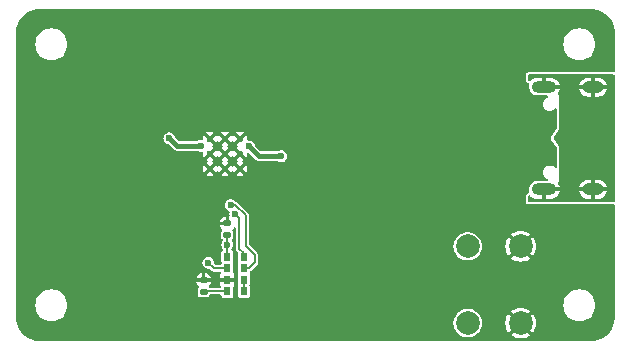
<source format=gbr>
%TF.GenerationSoftware,KiCad,Pcbnew,7.0.1*%
%TF.CreationDate,2023-04-17T02:54:27-04:00*%
%TF.ProjectId,DesktopSensorHub,4465736b-746f-4705-9365-6e736f724875,rev?*%
%TF.SameCoordinates,Original*%
%TF.FileFunction,Copper,L1,Top*%
%TF.FilePolarity,Positive*%
%FSLAX46Y46*%
G04 Gerber Fmt 4.6, Leading zero omitted, Abs format (unit mm)*
G04 Created by KiCad (PCBNEW 7.0.1) date 2023-04-17 02:54:27*
%MOMM*%
%LPD*%
G01*
G04 APERTURE LIST*
G04 Aperture macros list*
%AMRoundRect*
0 Rectangle with rounded corners*
0 $1 Rounding radius*
0 $2 $3 $4 $5 $6 $7 $8 $9 X,Y pos of 4 corners*
0 Add a 4 corners polygon primitive as box body*
4,1,4,$2,$3,$4,$5,$6,$7,$8,$9,$2,$3,0*
0 Add four circle primitives for the rounded corners*
1,1,$1+$1,$2,$3*
1,1,$1+$1,$4,$5*
1,1,$1+$1,$6,$7*
1,1,$1+$1,$8,$9*
0 Add four rect primitives between the rounded corners*
20,1,$1+$1,$2,$3,$4,$5,0*
20,1,$1+$1,$4,$5,$6,$7,0*
20,1,$1+$1,$6,$7,$8,$9,0*
20,1,$1+$1,$8,$9,$2,$3,0*%
%AMFreePoly0*
4,1,6,1.000000,0.000000,0.500000,-0.750000,-0.500000,-0.750000,-0.500000,0.750000,0.500000,0.750000,1.000000,0.000000,1.000000,0.000000,$1*%
%AMFreePoly1*
4,1,6,0.500000,-0.750000,-0.650000,-0.750000,-0.150000,0.000000,-0.650000,0.750000,0.500000,0.750000,0.500000,-0.750000,0.500000,-0.750000,$1*%
G04 Aperture macros list end*
%TA.AperFunction,SMDPad,CuDef*%
%ADD10FreePoly0,180.000000*%
%TD*%
%TA.AperFunction,SMDPad,CuDef*%
%ADD11FreePoly1,180.000000*%
%TD*%
%TA.AperFunction,SMDPad,CuDef*%
%ADD12RoundRect,0.140000X0.170000X-0.140000X0.170000X0.140000X-0.170000X0.140000X-0.170000X-0.140000X0*%
%TD*%
%TA.AperFunction,SMDPad,CuDef*%
%ADD13R,0.600000X0.720000*%
%TD*%
%TA.AperFunction,ComponentPad*%
%ADD14C,2.000000*%
%TD*%
%TA.AperFunction,ComponentPad*%
%ADD15C,0.600000*%
%TD*%
%TA.AperFunction,ComponentPad*%
%ADD16O,1.800000X1.000000*%
%TD*%
%TA.AperFunction,ComponentPad*%
%ADD17O,2.100000X1.000000*%
%TD*%
%TA.AperFunction,ViaPad*%
%ADD18C,0.600000*%
%TD*%
%TA.AperFunction,Conductor*%
%ADD19C,0.150000*%
%TD*%
%TA.AperFunction,Conductor*%
%ADD20C,0.400000*%
%TD*%
G04 APERTURE END LIST*
D10*
%TO.P,JMP1,1*%
%TO.N,Net-(J1-SHIELD)*%
X141780000Y-74300000D03*
D11*
%TO.P,JMP1,2*%
%TO.N,GND*%
X140330000Y-74300000D03*
%TD*%
D12*
%TO.P,C3,1*%
%TO.N,+3V3*%
X113200000Y-82480000D03*
%TO.P,C3,2*%
%TO.N,GND*%
X113200000Y-81520000D03*
%TD*%
%TO.P,C4,1*%
%TO.N,Net-(U2-LED_A)*%
X111200000Y-87280000D03*
%TO.P,C4,2*%
%TO.N,GND*%
X111200000Y-86320000D03*
%TD*%
D13*
%TO.P,U2,1,SDA*%
%TO.N,Net-(U1-GPIO3)*%
X114600000Y-84345000D03*
%TO.P,U2,2,INT*%
%TO.N,Net-(U1-GPIO4)*%
X114600000Y-85315000D03*
%TO.P,U2,3,LDR*%
%TO.N,Net-(U2-LDR)*%
X114600000Y-86285000D03*
%TO.P,U2,4,LED_K*%
X114600000Y-87255000D03*
%TO.P,U2,5,LED_A*%
%TO.N,Net-(U2-LED_A)*%
X113200000Y-87255000D03*
%TO.P,U2,6,GND*%
%TO.N,GND*%
X113200000Y-86285000D03*
%TO.P,U2,7,SCL*%
%TO.N,Net-(U1-GPIO2)*%
X113200000Y-85315000D03*
%TO.P,U2,8,VCC*%
%TO.N,+3V3*%
X113200000Y-84345000D03*
%TD*%
D14*
%TO.P,SW1,1,1*%
%TO.N,GND*%
X138050000Y-89950000D03*
X138050000Y-83450000D03*
%TO.P,SW1,2,2*%
%TO.N,Net-(D1-A1)*%
X133550000Y-89950000D03*
X133550000Y-83450000D03*
%TD*%
D15*
%TO.P,U1,57,GND*%
%TO.N,GND*%
X111725000Y-76887500D03*
X113000000Y-76887500D03*
X114275000Y-76887500D03*
X111725000Y-75612500D03*
X113000000Y-75612500D03*
X114275000Y-75612500D03*
X111725000Y-74337500D03*
X113000000Y-74337500D03*
X114275000Y-74337500D03*
%TD*%
D16*
%TO.P,J1,S1,SHIELD*%
%TO.N,Net-(J1-SHIELD)*%
X144175000Y-69980000D03*
D17*
X139995000Y-69980000D03*
D16*
X144175000Y-78620000D03*
D17*
X139995000Y-78620000D03*
%TD*%
D18*
%TO.N,GND*%
X134800000Y-75580000D03*
X115600000Y-68220000D03*
X97700000Y-70550000D03*
X97700000Y-83000000D03*
X132450000Y-66550000D03*
X100550000Y-76750000D03*
X117700000Y-68170000D03*
X138250000Y-71100000D03*
X103100000Y-74100000D03*
X129500000Y-81050000D03*
X134800000Y-72570000D03*
X123600000Y-84700000D03*
X138250000Y-77500000D03*
X105050000Y-73550000D03*
X120750000Y-72600000D03*
X121850000Y-75600000D03*
X101500000Y-83000000D03*
X101550000Y-77450000D03*
X115600000Y-82350000D03*
X121850000Y-76600000D03*
X103050000Y-79450000D03*
X108500000Y-80350000D03*
X101400000Y-70500000D03*
X108400000Y-77350000D03*
X120750000Y-71600000D03*
X112000000Y-68250000D03*
X101600000Y-76050000D03*
%TO.N,+3V3*%
X113200000Y-83300000D03*
%TO.N,+1V1*%
X117750000Y-75812500D03*
X108300000Y-74300000D03*
X115050000Y-75000000D03*
X110950000Y-74950000D03*
%TO.N,Net-(U1-GPIO4)*%
X113475500Y-79950000D03*
%TO.N,Net-(U1-GPIO3)*%
X113875500Y-80700000D03*
%TO.N,Net-(U1-GPIO2)*%
X111600000Y-84850000D03*
%TD*%
D19*
%TO.N,GND*%
X111200000Y-86320000D02*
X113165000Y-86320000D01*
X113165000Y-86320000D02*
X113200000Y-86285000D01*
%TO.N,+3V3*%
X113200000Y-83300000D02*
X113200000Y-84345000D01*
X113200000Y-82480000D02*
X113200000Y-83300000D01*
%TO.N,Net-(U2-LED_A)*%
X113200000Y-87255000D02*
X111225000Y-87255000D01*
X111225000Y-87255000D02*
X111200000Y-87280000D01*
D20*
%TO.N,+1V1*%
X110950000Y-74950000D02*
X108950000Y-74950000D01*
X115862500Y-75812500D02*
X115050000Y-75000000D01*
X117750000Y-75812500D02*
X115862500Y-75812500D01*
X108950000Y-74950000D02*
X108300000Y-74300000D01*
D19*
%TO.N,Net-(U1-GPIO4)*%
X114750000Y-80832037D02*
X114750000Y-83385000D01*
X115550000Y-84815000D02*
X115050000Y-85315000D01*
X115050000Y-85315000D02*
X114600000Y-85315000D01*
X113475500Y-79950000D02*
X113867963Y-79950000D01*
X115550000Y-84185000D02*
X115550000Y-84815000D01*
X113867963Y-79950000D02*
X114750000Y-80832037D01*
X114750000Y-83385000D02*
X115550000Y-84185000D01*
%TO.N,Net-(U1-GPIO3)*%
X114600000Y-84050000D02*
X114600000Y-84345000D01*
X114200000Y-81024500D02*
X114200000Y-83650000D01*
X113875500Y-80700000D02*
X114200000Y-81024500D01*
X114200000Y-83650000D02*
X114600000Y-84050000D01*
%TO.N,Net-(U1-GPIO2)*%
X111600000Y-84850000D02*
X112065000Y-85315000D01*
X112065000Y-85315000D02*
X113200000Y-85315000D01*
%TO.N,Net-(U2-LDR)*%
X114600000Y-86285000D02*
X114600000Y-87255000D01*
%TD*%
%TA.AperFunction,Conductor*%
%TO.N,Net-(J1-SHIELD)*%
G36*
X145937500Y-68916613D02*
G01*
X145982887Y-68962000D01*
X145999500Y-69024000D01*
X145999500Y-79576000D01*
X145982887Y-79638000D01*
X145937500Y-79683387D01*
X145875500Y-79700000D01*
X138779000Y-79700000D01*
X138717000Y-79683387D01*
X138671613Y-79638000D01*
X138655000Y-79576000D01*
X138655000Y-79260734D01*
X138668515Y-79204439D01*
X138706115Y-79160416D01*
X138759602Y-79138261D01*
X138817318Y-79142803D01*
X138866681Y-79173053D01*
X138943049Y-79249421D01*
X139095696Y-79345335D01*
X139265859Y-79404877D01*
X139400071Y-79420000D01*
X139845000Y-79420000D01*
X139845000Y-78770000D01*
X140145000Y-78770000D01*
X140145000Y-79420000D01*
X140589929Y-79420000D01*
X140724140Y-79404877D01*
X140894303Y-79345335D01*
X141046950Y-79249421D01*
X141174421Y-79121950D01*
X141270335Y-78969303D01*
X141329877Y-78799141D01*
X141333161Y-78770000D01*
X142986839Y-78770000D01*
X142990122Y-78799141D01*
X143049664Y-78969303D01*
X143145578Y-79121950D01*
X143273049Y-79249421D01*
X143425696Y-79345335D01*
X143595859Y-79404877D01*
X143730071Y-79420000D01*
X144025000Y-79420000D01*
X144025000Y-78770000D01*
X144325000Y-78770000D01*
X144325000Y-79420000D01*
X144619929Y-79420000D01*
X144754140Y-79404877D01*
X144924303Y-79345335D01*
X145076950Y-79249421D01*
X145204421Y-79121950D01*
X145300335Y-78969303D01*
X145359877Y-78799141D01*
X145363161Y-78770000D01*
X144325000Y-78770000D01*
X144025000Y-78770000D01*
X142986839Y-78770000D01*
X141333161Y-78770000D01*
X140145000Y-78770000D01*
X139845000Y-78770000D01*
X139845000Y-78594000D01*
X139861613Y-78532000D01*
X139907000Y-78486613D01*
X139969000Y-78470000D01*
X141333161Y-78470000D01*
X142986838Y-78470000D01*
X144025000Y-78470000D01*
X144025000Y-77820000D01*
X144325000Y-77820000D01*
X144325000Y-78470000D01*
X145363161Y-78470000D01*
X145359877Y-78440858D01*
X145300335Y-78270696D01*
X145204421Y-78118049D01*
X145076950Y-77990578D01*
X144924303Y-77894664D01*
X144754140Y-77835122D01*
X144619929Y-77820000D01*
X144325000Y-77820000D01*
X144025000Y-77820000D01*
X143730071Y-77820000D01*
X143595859Y-77835122D01*
X143425696Y-77894664D01*
X143273049Y-77990578D01*
X143145578Y-78118049D01*
X143049664Y-78270696D01*
X142990122Y-78440858D01*
X142986838Y-78470000D01*
X141333161Y-78470000D01*
X141329877Y-78440858D01*
X141270335Y-78270696D01*
X141188196Y-78139972D01*
X141169239Y-78077478D01*
X141184662Y-78014019D01*
X141230189Y-77967197D01*
X141293190Y-77950000D01*
X141305000Y-77950000D01*
X141305000Y-70650000D01*
X141293190Y-70650000D01*
X141230189Y-70632803D01*
X141184662Y-70585981D01*
X141169239Y-70522522D01*
X141188196Y-70460028D01*
X141270335Y-70329303D01*
X141329877Y-70159141D01*
X141333161Y-70130000D01*
X142986839Y-70130000D01*
X142990122Y-70159141D01*
X143049664Y-70329303D01*
X143145578Y-70481950D01*
X143273049Y-70609421D01*
X143425696Y-70705335D01*
X143595859Y-70764877D01*
X143730071Y-70780000D01*
X144025000Y-70780000D01*
X144025000Y-70130000D01*
X144325000Y-70130000D01*
X144325000Y-70780000D01*
X144619929Y-70780000D01*
X144754140Y-70764877D01*
X144924303Y-70705335D01*
X145076950Y-70609421D01*
X145204421Y-70481950D01*
X145300335Y-70329303D01*
X145359877Y-70159141D01*
X145363161Y-70130000D01*
X144325000Y-70130000D01*
X144025000Y-70130000D01*
X142986839Y-70130000D01*
X141333161Y-70130000D01*
X139969000Y-70130000D01*
X139907000Y-70113387D01*
X139861613Y-70068000D01*
X139845000Y-70006000D01*
X139845000Y-69180000D01*
X140145000Y-69180000D01*
X140145000Y-69830000D01*
X141333161Y-69830000D01*
X142986838Y-69830000D01*
X144025000Y-69830000D01*
X144025000Y-69180000D01*
X144325000Y-69180000D01*
X144325000Y-69830000D01*
X145363161Y-69830000D01*
X145359877Y-69800858D01*
X145300335Y-69630696D01*
X145204421Y-69478049D01*
X145076950Y-69350578D01*
X144924303Y-69254664D01*
X144754140Y-69195122D01*
X144619929Y-69180000D01*
X144325000Y-69180000D01*
X144025000Y-69180000D01*
X143730071Y-69180000D01*
X143595859Y-69195122D01*
X143425696Y-69254664D01*
X143273049Y-69350578D01*
X143145578Y-69478049D01*
X143049664Y-69630696D01*
X142990122Y-69800858D01*
X142986838Y-69830000D01*
X141333161Y-69830000D01*
X141329877Y-69800858D01*
X141270335Y-69630696D01*
X141174421Y-69478049D01*
X141046950Y-69350578D01*
X140894303Y-69254664D01*
X140724140Y-69195122D01*
X140589929Y-69180000D01*
X140145000Y-69180000D01*
X139845000Y-69180000D01*
X139400071Y-69180000D01*
X139265859Y-69195122D01*
X139095696Y-69254664D01*
X138943049Y-69350578D01*
X138866681Y-69426947D01*
X138817318Y-69457197D01*
X138759602Y-69461739D01*
X138706115Y-69439584D01*
X138668515Y-69395561D01*
X138655000Y-69339266D01*
X138655000Y-69024000D01*
X138671613Y-68962000D01*
X138717000Y-68916613D01*
X138779000Y-68900000D01*
X145875500Y-68900000D01*
X145937500Y-68916613D01*
G37*
%TD.AperFunction*%
%TD*%
%TA.AperFunction,Conductor*%
%TO.N,GND*%
G36*
X144003234Y-63350712D02*
G01*
X144254517Y-63367181D01*
X144267342Y-63368870D01*
X144511150Y-63417366D01*
X144523650Y-63420715D01*
X144636824Y-63459133D01*
X144759033Y-63500618D01*
X144770996Y-63505574D01*
X144993929Y-63615512D01*
X145005145Y-63621987D01*
X145211824Y-63760086D01*
X145222097Y-63767969D01*
X145408981Y-63931861D01*
X145418138Y-63941018D01*
X145582030Y-64127902D01*
X145589913Y-64138175D01*
X145728012Y-64344854D01*
X145734487Y-64356070D01*
X145844425Y-64579003D01*
X145849381Y-64590966D01*
X145929282Y-64826344D01*
X145932634Y-64838853D01*
X145981128Y-65082650D01*
X145982818Y-65095489D01*
X145999288Y-65346766D01*
X145999500Y-65353241D01*
X145999500Y-68597937D01*
X145983996Y-68651129D01*
X145942340Y-68687661D01*
X145887579Y-68696090D01*
X145875501Y-68694500D01*
X145875500Y-68694500D01*
X138779000Y-68694500D01*
X138725814Y-68701501D01*
X138663812Y-68718115D01*
X138614249Y-68738645D01*
X138571690Y-68771302D01*
X138526302Y-68816690D01*
X138493645Y-68859249D01*
X138473115Y-68908812D01*
X138456501Y-68970814D01*
X138449500Y-69024000D01*
X138449500Y-69339264D01*
X138455177Y-69387236D01*
X138463964Y-69423837D01*
X138468693Y-69443533D01*
X138485413Y-69488857D01*
X138512011Y-69528663D01*
X138512257Y-69529030D01*
X138549850Y-69573044D01*
X138549853Y-69573047D01*
X138585326Y-69605838D01*
X138627474Y-69629441D01*
X138680961Y-69651596D01*
X138704283Y-69658173D01*
X138747553Y-69683593D01*
X138772799Y-69726967D01*
X138773533Y-69777147D01*
X138744500Y-69894945D01*
X138744500Y-70065057D01*
X138785209Y-70230223D01*
X138864266Y-70380854D01*
X138977069Y-70508181D01*
X138977071Y-70508183D01*
X139117070Y-70604818D01*
X139276128Y-70665140D01*
X139339378Y-70672820D01*
X139402627Y-70680500D01*
X140254609Y-70680500D01*
X140306336Y-70695089D01*
X140342819Y-70734555D01*
X140353304Y-70787267D01*
X140334702Y-70837691D01*
X140292495Y-70870963D01*
X140252761Y-70887421D01*
X140204766Y-70907302D01*
X140084548Y-70999548D01*
X139992302Y-71119766D01*
X139934312Y-71259764D01*
X139914534Y-71410000D01*
X139934312Y-71560235D01*
X139992302Y-71700233D01*
X140084548Y-71820451D01*
X140176795Y-71891234D01*
X140204767Y-71912698D01*
X140344763Y-71970686D01*
X140344764Y-71970687D01*
X140457279Y-71985500D01*
X140457280Y-71985500D01*
X140532720Y-71985500D01*
X140532721Y-71985500D01*
X140588978Y-71978093D01*
X140645236Y-71970687D01*
X140785233Y-71912698D01*
X140905451Y-71820451D01*
X140921957Y-71798939D01*
X140971762Y-71764470D01*
X141032323Y-71765461D01*
X141080972Y-71801542D01*
X141099500Y-71859207D01*
X141099500Y-73422238D01*
X141082873Y-73477153D01*
X140609905Y-74186604D01*
X140579486Y-74260187D01*
X140579486Y-74339813D01*
X140609905Y-74413395D01*
X141082873Y-75122847D01*
X141099500Y-75177762D01*
X141099500Y-76740793D01*
X141080972Y-76798458D01*
X141032323Y-76834539D01*
X140971762Y-76835530D01*
X140921958Y-76801061D01*
X140905449Y-76779547D01*
X140785233Y-76687302D01*
X140645235Y-76629312D01*
X140532721Y-76614500D01*
X140532720Y-76614500D01*
X140457280Y-76614500D01*
X140457279Y-76614500D01*
X140344764Y-76629312D01*
X140204766Y-76687302D01*
X140084548Y-76779548D01*
X139992302Y-76899766D01*
X139934312Y-77039764D01*
X139914534Y-77190000D01*
X139934312Y-77340235D01*
X139992302Y-77480233D01*
X140084548Y-77600451D01*
X140176794Y-77671234D01*
X140204767Y-77692698D01*
X140292495Y-77729036D01*
X140334702Y-77762309D01*
X140353304Y-77812733D01*
X140342819Y-77865445D01*
X140306336Y-77904911D01*
X140254609Y-77919500D01*
X139402627Y-77919500D01*
X139276129Y-77934859D01*
X139117070Y-77995182D01*
X138977069Y-78091818D01*
X138864266Y-78219145D01*
X138785209Y-78369776D01*
X138744500Y-78534943D01*
X138744500Y-78705058D01*
X138773533Y-78822851D01*
X138772801Y-78873031D01*
X138747556Y-78916404D01*
X138704285Y-78941825D01*
X138680962Y-78948403D01*
X138627476Y-78970557D01*
X138585325Y-78994162D01*
X138549850Y-79026955D01*
X138512257Y-79070969D01*
X138485412Y-79111145D01*
X138468694Y-79156463D01*
X138455177Y-79212763D01*
X138449500Y-79260736D01*
X138449500Y-79576000D01*
X138456501Y-79629185D01*
X138456502Y-79629188D01*
X138470670Y-79682065D01*
X138473115Y-79691187D01*
X138493645Y-79740750D01*
X138519447Y-79774376D01*
X138526303Y-79783310D01*
X138571690Y-79828697D01*
X138614250Y-79861355D01*
X138663812Y-79881885D01*
X138725812Y-79898498D01*
X138779000Y-79905500D01*
X145875500Y-79905500D01*
X145875501Y-79905500D01*
X145887579Y-79903910D01*
X145942340Y-79912339D01*
X145983996Y-79948871D01*
X145999500Y-80002063D01*
X145999500Y-89446759D01*
X145999288Y-89453234D01*
X145982818Y-89704510D01*
X145981128Y-89717349D01*
X145932634Y-89961146D01*
X145929282Y-89973655D01*
X145849381Y-90209033D01*
X145844425Y-90220996D01*
X145734487Y-90443929D01*
X145728012Y-90455145D01*
X145589913Y-90661824D01*
X145582030Y-90672097D01*
X145418138Y-90858981D01*
X145408981Y-90868138D01*
X145222097Y-91032030D01*
X145211824Y-91039913D01*
X145005145Y-91178012D01*
X144993929Y-91184487D01*
X144770996Y-91294425D01*
X144759033Y-91299381D01*
X144523655Y-91379282D01*
X144511146Y-91382634D01*
X144267349Y-91431128D01*
X144254510Y-91432818D01*
X144003234Y-91449288D01*
X143996759Y-91449500D01*
X138093937Y-91449500D01*
X138050000Y-91435646D01*
X138006063Y-91449500D01*
X97303241Y-91449500D01*
X97296766Y-91449288D01*
X97045489Y-91432818D01*
X97032650Y-91431128D01*
X96788853Y-91382634D01*
X96776344Y-91379282D01*
X96540966Y-91299381D01*
X96529003Y-91294425D01*
X96306070Y-91184487D01*
X96294854Y-91178012D01*
X96088175Y-91039913D01*
X96077902Y-91032030D01*
X95891018Y-90868138D01*
X95881861Y-90858981D01*
X95717969Y-90672097D01*
X95710086Y-90661824D01*
X95571987Y-90455145D01*
X95565512Y-90443929D01*
X95455574Y-90220996D01*
X95450618Y-90209033D01*
X95370717Y-89973655D01*
X95367365Y-89961146D01*
X95365148Y-89950000D01*
X132344357Y-89950000D01*
X132364885Y-90171536D01*
X132380851Y-90227652D01*
X132425772Y-90385530D01*
X132524940Y-90584686D01*
X132524941Y-90584687D01*
X132524942Y-90584689D01*
X132659019Y-90762236D01*
X132823438Y-90912124D01*
X133012599Y-91029247D01*
X133220060Y-91109618D01*
X133220063Y-91109619D01*
X133438755Y-91150500D01*
X133438757Y-91150500D01*
X133661243Y-91150500D01*
X133661245Y-91150500D01*
X133879936Y-91109619D01*
X133879937Y-91109618D01*
X133879940Y-91109618D01*
X134087401Y-91029247D01*
X134181824Y-90970783D01*
X137241348Y-90970783D01*
X137397519Y-91080135D01*
X137603670Y-91176265D01*
X137823398Y-91235141D01*
X138014691Y-91251877D01*
X138049999Y-91266502D01*
X138085309Y-91251877D01*
X138276601Y-91235141D01*
X138496329Y-91176265D01*
X138702480Y-91080135D01*
X138858650Y-90970783D01*
X138049999Y-90162132D01*
X137241348Y-90970783D01*
X134181824Y-90970783D01*
X134276562Y-90912124D01*
X134440981Y-90762236D01*
X134575058Y-90584689D01*
X134674229Y-90385528D01*
X134735115Y-90171536D01*
X134755643Y-89950000D01*
X134755643Y-89949999D01*
X136745033Y-89949999D01*
X136764858Y-90176601D01*
X136823734Y-90396329D01*
X136919864Y-90602480D01*
X137029215Y-90758650D01*
X137837866Y-89949999D01*
X138262132Y-89949999D01*
X139070783Y-90758650D01*
X139180135Y-90602480D01*
X139276265Y-90396329D01*
X139335141Y-90176601D01*
X139354966Y-89950000D01*
X139335141Y-89723398D01*
X139276265Y-89503670D01*
X139180135Y-89297519D01*
X139070783Y-89141348D01*
X138262132Y-89949999D01*
X137837866Y-89949999D01*
X137029215Y-89141348D01*
X136919864Y-89297518D01*
X136823734Y-89503670D01*
X136764858Y-89723398D01*
X136745033Y-89949999D01*
X134755643Y-89949999D01*
X134735115Y-89728464D01*
X134674229Y-89514472D01*
X134575058Y-89315311D01*
X134440981Y-89137764D01*
X134276562Y-88987876D01*
X134181821Y-88929215D01*
X137241348Y-88929215D01*
X138049999Y-89737866D01*
X138858650Y-88929215D01*
X138702480Y-88819864D01*
X138496329Y-88723734D01*
X138276601Y-88664858D01*
X138050000Y-88645033D01*
X137823398Y-88664858D01*
X137603670Y-88723734D01*
X137397518Y-88819864D01*
X137241348Y-88929215D01*
X134181821Y-88929215D01*
X134087401Y-88870753D01*
X134087399Y-88870752D01*
X133879936Y-88790380D01*
X133661245Y-88749500D01*
X133661243Y-88749500D01*
X133438757Y-88749500D01*
X133438755Y-88749500D01*
X133220063Y-88790380D01*
X133012600Y-88870752D01*
X132823436Y-88987877D01*
X132669920Y-89127826D01*
X132659019Y-89137764D01*
X132614326Y-89196946D01*
X132524940Y-89315313D01*
X132425772Y-89514469D01*
X132425771Y-89514472D01*
X132364885Y-89728464D01*
X132344357Y-89950000D01*
X95365148Y-89950000D01*
X95335411Y-89800500D01*
X95318870Y-89717342D01*
X95317181Y-89704510D01*
X95310806Y-89607250D01*
X95300712Y-89453234D01*
X95300500Y-89446759D01*
X95300500Y-88449999D01*
X96944340Y-88449999D01*
X96964936Y-88685405D01*
X97026098Y-88913667D01*
X97125963Y-89127826D01*
X97125964Y-89127827D01*
X97125965Y-89127829D01*
X97261505Y-89321401D01*
X97428599Y-89488495D01*
X97622171Y-89624035D01*
X97622172Y-89624035D01*
X97622173Y-89624036D01*
X97836332Y-89723901D01*
X97836333Y-89723901D01*
X97836337Y-89723903D01*
X98064592Y-89785063D01*
X98135168Y-89791237D01*
X98241031Y-89800500D01*
X98241034Y-89800500D01*
X98358966Y-89800500D01*
X98358969Y-89800500D01*
X98447186Y-89792781D01*
X98535408Y-89785063D01*
X98763663Y-89723903D01*
X98977829Y-89624035D01*
X99171401Y-89488495D01*
X99338495Y-89321401D01*
X99474035Y-89127830D01*
X99573903Y-88913663D01*
X99635063Y-88685408D01*
X99655659Y-88450000D01*
X99655659Y-88449999D01*
X141644340Y-88449999D01*
X141664936Y-88685405D01*
X141726098Y-88913667D01*
X141825963Y-89127826D01*
X141825964Y-89127827D01*
X141825965Y-89127829D01*
X141961505Y-89321401D01*
X142128599Y-89488495D01*
X142322171Y-89624035D01*
X142322172Y-89624035D01*
X142322173Y-89624036D01*
X142536332Y-89723901D01*
X142536333Y-89723901D01*
X142536337Y-89723903D01*
X142764592Y-89785063D01*
X142835168Y-89791237D01*
X142941031Y-89800500D01*
X142941034Y-89800500D01*
X143058966Y-89800500D01*
X143058969Y-89800500D01*
X143147186Y-89792781D01*
X143235408Y-89785063D01*
X143463663Y-89723903D01*
X143677829Y-89624035D01*
X143871401Y-89488495D01*
X144038495Y-89321401D01*
X144174035Y-89127830D01*
X144273903Y-88913663D01*
X144335063Y-88685408D01*
X144355659Y-88450000D01*
X144335063Y-88214592D01*
X144273903Y-87986337D01*
X144174035Y-87772171D01*
X144038495Y-87578599D01*
X143871401Y-87411505D01*
X143677829Y-87275965D01*
X143677828Y-87275964D01*
X143677826Y-87275963D01*
X143463667Y-87176098D01*
X143235405Y-87114936D01*
X143058969Y-87099500D01*
X143058966Y-87099500D01*
X142941034Y-87099500D01*
X142941031Y-87099500D01*
X142764594Y-87114936D01*
X142536332Y-87176098D01*
X142322173Y-87275963D01*
X142128602Y-87411502D01*
X141961502Y-87578602D01*
X141825963Y-87772172D01*
X141726098Y-87986332D01*
X141664936Y-88214594D01*
X141644340Y-88449999D01*
X99655659Y-88449999D01*
X99635063Y-88214592D01*
X99573903Y-87986337D01*
X99474035Y-87772171D01*
X99338495Y-87578599D01*
X99171401Y-87411505D01*
X98977829Y-87275965D01*
X98977828Y-87275964D01*
X98977826Y-87275963D01*
X98763667Y-87176098D01*
X98535405Y-87114936D01*
X98358969Y-87099500D01*
X98358966Y-87099500D01*
X98241034Y-87099500D01*
X98241031Y-87099500D01*
X98064594Y-87114936D01*
X97836332Y-87176098D01*
X97622173Y-87275963D01*
X97428602Y-87411502D01*
X97261502Y-87578602D01*
X97125963Y-87772172D01*
X97026098Y-87986332D01*
X96964936Y-88214594D01*
X96944340Y-88449999D01*
X95300500Y-88449999D01*
X95300500Y-86513001D01*
X110590001Y-86513001D01*
X110592787Y-86542726D01*
X110636594Y-86667918D01*
X110715360Y-86774642D01*
X110736984Y-86790601D01*
X110770796Y-86835238D01*
X110774981Y-86891078D01*
X110748202Y-86940257D01*
X110746775Y-86941683D01*
X110696028Y-87050511D01*
X110689500Y-87100098D01*
X110689500Y-87459903D01*
X110696027Y-87509485D01*
X110705826Y-87530500D01*
X110746776Y-87618316D01*
X110831684Y-87703224D01*
X110940513Y-87753972D01*
X110990099Y-87760500D01*
X111409900Y-87760499D01*
X111409903Y-87760499D01*
X111439652Y-87756582D01*
X111459487Y-87753972D01*
X111568316Y-87703224D01*
X111653224Y-87618316D01*
X111667519Y-87587659D01*
X111704050Y-87546004D01*
X111757243Y-87530500D01*
X112600500Y-87530500D01*
X112650000Y-87543763D01*
X112686237Y-87580000D01*
X112699500Y-87629500D01*
X112699500Y-87634747D01*
X112711133Y-87693231D01*
X112755447Y-87759552D01*
X112774336Y-87772173D01*
X112821769Y-87803867D01*
X112880252Y-87815500D01*
X113519747Y-87815500D01*
X113519748Y-87815500D01*
X113578231Y-87803867D01*
X113644552Y-87759552D01*
X113688867Y-87693231D01*
X113700500Y-87634748D01*
X113700500Y-86909772D01*
X113708036Y-86871886D01*
X113729497Y-86839767D01*
X113751788Y-86817476D01*
X113797090Y-86714874D01*
X113800000Y-86689795D01*
X113800000Y-86435001D01*
X113799999Y-86435000D01*
X112600002Y-86435000D01*
X112600001Y-86435001D01*
X112600001Y-86689790D01*
X112602910Y-86714874D01*
X112655688Y-86834407D01*
X112654332Y-86835005D01*
X112668326Y-86861186D01*
X112662692Y-86918386D01*
X112626229Y-86962815D01*
X112571228Y-86979500D01*
X111732047Y-86979500D01*
X111694161Y-86971964D01*
X111662043Y-86950504D01*
X111653224Y-86941685D01*
X111653224Y-86941684D01*
X111651797Y-86940257D01*
X111625018Y-86891080D01*
X111629203Y-86835238D01*
X111663016Y-86790600D01*
X111684640Y-86774640D01*
X111763406Y-86667918D01*
X111807212Y-86542727D01*
X111810000Y-86513000D01*
X111810000Y-86470001D01*
X111809999Y-86470000D01*
X110590002Y-86470000D01*
X110590001Y-86470001D01*
X110590001Y-86513001D01*
X95300500Y-86513001D01*
X95300500Y-86169999D01*
X110590000Y-86169999D01*
X110590001Y-86170000D01*
X111049999Y-86170000D01*
X111050000Y-86169999D01*
X111350000Y-86169999D01*
X111350001Y-86170000D01*
X111809998Y-86170000D01*
X111809999Y-86169999D01*
X111809999Y-86126999D01*
X111807212Y-86097273D01*
X111763405Y-85972081D01*
X111684640Y-85865359D01*
X111577918Y-85786593D01*
X111452727Y-85742787D01*
X111423000Y-85740000D01*
X111350001Y-85740000D01*
X111350000Y-85740001D01*
X111350000Y-86169999D01*
X111050000Y-86169999D01*
X111050000Y-85740002D01*
X111049999Y-85740001D01*
X110976999Y-85740001D01*
X110947273Y-85742787D01*
X110822081Y-85786594D01*
X110715359Y-85865359D01*
X110636593Y-85972081D01*
X110592787Y-86097272D01*
X110590000Y-86127000D01*
X110590000Y-86169999D01*
X95300500Y-86169999D01*
X95300500Y-84849999D01*
X111094352Y-84849999D01*
X111114834Y-84992455D01*
X111134668Y-85035886D01*
X111174623Y-85123373D01*
X111268872Y-85232143D01*
X111268874Y-85232145D01*
X111389945Y-85309952D01*
X111389947Y-85309953D01*
X111528039Y-85350500D01*
X111669876Y-85350500D01*
X111707762Y-85358036D01*
X111739880Y-85379496D01*
X111844114Y-85483730D01*
X111856425Y-85498732D01*
X111866376Y-85513624D01*
X111875368Y-85519632D01*
X111881270Y-85523576D01*
X111881271Y-85523577D01*
X111889377Y-85528993D01*
X111889378Y-85528994D01*
X111957505Y-85574515D01*
X112043616Y-85591643D01*
X112064999Y-85595897D01*
X112064999Y-85595896D01*
X112065000Y-85595897D01*
X112082571Y-85592401D01*
X112101884Y-85590500D01*
X112571228Y-85590500D01*
X112626229Y-85607185D01*
X112662692Y-85651614D01*
X112668326Y-85708814D01*
X112654332Y-85734994D01*
X112655688Y-85735593D01*
X112602909Y-85855126D01*
X112600000Y-85880205D01*
X112600000Y-86134999D01*
X112600001Y-86135000D01*
X113799998Y-86135000D01*
X113799999Y-86134999D01*
X113799999Y-85880210D01*
X113797089Y-85855125D01*
X113751787Y-85752522D01*
X113729495Y-85730230D01*
X113708036Y-85698112D01*
X113700500Y-85660227D01*
X113700500Y-84935252D01*
X113685025Y-84857454D01*
X113685955Y-84857268D01*
X113677683Y-84830000D01*
X113685955Y-84802731D01*
X113685025Y-84802546D01*
X113700500Y-84724747D01*
X113700500Y-83965253D01*
X113700500Y-83965252D01*
X113688867Y-83906769D01*
X113644552Y-83840448D01*
X113644551Y-83840447D01*
X113579145Y-83796743D01*
X113543610Y-83754479D01*
X113536240Y-83699755D01*
X113559326Y-83649599D01*
X113625377Y-83573373D01*
X113685165Y-83442457D01*
X113705647Y-83300000D01*
X113685165Y-83157543D01*
X113685165Y-83157542D01*
X113625378Y-83026627D01*
X113601958Y-82999598D01*
X113580040Y-82955811D01*
X113581788Y-82906876D01*
X113606773Y-82864766D01*
X113653224Y-82818316D01*
X113703972Y-82709487D01*
X113710500Y-82659901D01*
X113710499Y-82300100D01*
X113710499Y-82300098D01*
X113710499Y-82300096D01*
X113703972Y-82250514D01*
X113703499Y-82249500D01*
X113653224Y-82141684D01*
X113651797Y-82140257D01*
X113625018Y-82091080D01*
X113629203Y-82035238D01*
X113663016Y-81990600D01*
X113684640Y-81974640D01*
X113745845Y-81891713D01*
X113795437Y-81856177D01*
X113856445Y-81856463D01*
X113905701Y-81892461D01*
X113924500Y-81950502D01*
X113924500Y-83613116D01*
X113922598Y-83632428D01*
X113919103Y-83650000D01*
X113924394Y-83676601D01*
X113924500Y-83677131D01*
X113924500Y-83677132D01*
X113940485Y-83757495D01*
X114001375Y-83848624D01*
X114016267Y-83858574D01*
X114031269Y-83870885D01*
X114070504Y-83910120D01*
X114091964Y-83942238D01*
X114099500Y-83980124D01*
X114099500Y-84724748D01*
X114110115Y-84778115D01*
X114114975Y-84802545D01*
X114114044Y-84802730D01*
X114122316Y-84829993D01*
X114114044Y-84857269D01*
X114114975Y-84857455D01*
X114111133Y-84876768D01*
X114111133Y-84876769D01*
X114099500Y-84935252D01*
X114099500Y-85694748D01*
X114108501Y-85740001D01*
X114114975Y-85772545D01*
X114114044Y-85772730D01*
X114122316Y-85799993D01*
X114114044Y-85827269D01*
X114114975Y-85827455D01*
X114099500Y-85905253D01*
X114099500Y-86664747D01*
X114114975Y-86742545D01*
X114114044Y-86742730D01*
X114122316Y-86769993D01*
X114114044Y-86797269D01*
X114114975Y-86797455D01*
X114111133Y-86816768D01*
X114111133Y-86816769D01*
X114103175Y-86856776D01*
X114099500Y-86875253D01*
X114099500Y-87634747D01*
X114111133Y-87693231D01*
X114155447Y-87759552D01*
X114174336Y-87772173D01*
X114221769Y-87803867D01*
X114280252Y-87815500D01*
X114919747Y-87815500D01*
X114919748Y-87815500D01*
X114978231Y-87803867D01*
X115044552Y-87759552D01*
X115088867Y-87693231D01*
X115100500Y-87634748D01*
X115100500Y-86875252D01*
X115088867Y-86816769D01*
X115088866Y-86816768D01*
X115085025Y-86797454D01*
X115085956Y-86797268D01*
X115077683Y-86769993D01*
X115085955Y-86742731D01*
X115085025Y-86742546D01*
X115100500Y-86664747D01*
X115100500Y-85905253D01*
X115085025Y-85827454D01*
X115085955Y-85827268D01*
X115077683Y-85800000D01*
X115085955Y-85772731D01*
X115085025Y-85772546D01*
X115092375Y-85735593D01*
X115100500Y-85694748D01*
X115100500Y-85665515D01*
X115112189Y-85618847D01*
X115144497Y-85583200D01*
X115157496Y-85574514D01*
X115199465Y-85546471D01*
X115225622Y-85528994D01*
X115225622Y-85528993D01*
X115236342Y-85521831D01*
X115236347Y-85521827D01*
X115240711Y-85518910D01*
X115248624Y-85513624D01*
X115258578Y-85498725D01*
X115270881Y-85483733D01*
X115718733Y-85035881D01*
X115733730Y-85023574D01*
X115748624Y-85013624D01*
X115769003Y-84983126D01*
X115800991Y-84935252D01*
X115809515Y-84922495D01*
X115825500Y-84842133D01*
X115825500Y-84842132D01*
X115830897Y-84815000D01*
X115827402Y-84797429D01*
X115825500Y-84778115D01*
X115825500Y-84221884D01*
X115827402Y-84202569D01*
X115830897Y-84184999D01*
X115810944Y-84084690D01*
X115810943Y-84084686D01*
X115809515Y-84077505D01*
X115748624Y-83986376D01*
X115748623Y-83986375D01*
X115733732Y-83976425D01*
X115718730Y-83964114D01*
X115204616Y-83450000D01*
X132344357Y-83450000D01*
X132364885Y-83671536D01*
X132419643Y-83863992D01*
X132425772Y-83885530D01*
X132524940Y-84084686D01*
X132524941Y-84084687D01*
X132524942Y-84084689D01*
X132659019Y-84262236D01*
X132823438Y-84412124D01*
X133012599Y-84529247D01*
X133143956Y-84580135D01*
X133220063Y-84609619D01*
X133438755Y-84650500D01*
X133438757Y-84650500D01*
X133661243Y-84650500D01*
X133661245Y-84650500D01*
X133879936Y-84609619D01*
X133879937Y-84609618D01*
X133879940Y-84609618D01*
X134087401Y-84529247D01*
X134181824Y-84470783D01*
X137241348Y-84470783D01*
X137397519Y-84580135D01*
X137603670Y-84676265D01*
X137823398Y-84735141D01*
X138050000Y-84754966D01*
X138276601Y-84735141D01*
X138496329Y-84676265D01*
X138702480Y-84580135D01*
X138858650Y-84470783D01*
X138049999Y-83662132D01*
X137241348Y-84470783D01*
X134181824Y-84470783D01*
X134276562Y-84412124D01*
X134440981Y-84262236D01*
X134575058Y-84084689D01*
X134674229Y-83885528D01*
X134735115Y-83671536D01*
X134755643Y-83450000D01*
X134755643Y-83449999D01*
X136745033Y-83449999D01*
X136764858Y-83676601D01*
X136823734Y-83896329D01*
X136919864Y-84102480D01*
X137029215Y-84258650D01*
X137837866Y-83449999D01*
X138262132Y-83449999D01*
X139070783Y-84258650D01*
X139180135Y-84102480D01*
X139276265Y-83896329D01*
X139335141Y-83676601D01*
X139354966Y-83449999D01*
X139335141Y-83223398D01*
X139276265Y-83003670D01*
X139180135Y-82797519D01*
X139070783Y-82641348D01*
X138262132Y-83449999D01*
X137837866Y-83449999D01*
X137029215Y-82641348D01*
X136919864Y-82797518D01*
X136823734Y-83003670D01*
X136764858Y-83223398D01*
X136745033Y-83449999D01*
X134755643Y-83449999D01*
X134735115Y-83228464D01*
X134674229Y-83014472D01*
X134575058Y-82815311D01*
X134440981Y-82637764D01*
X134276562Y-82487876D01*
X134181821Y-82429215D01*
X137241348Y-82429215D01*
X138049999Y-83237866D01*
X138858650Y-82429215D01*
X138702480Y-82319864D01*
X138496329Y-82223734D01*
X138276601Y-82164858D01*
X138049999Y-82145033D01*
X137823398Y-82164858D01*
X137603670Y-82223734D01*
X137397518Y-82319864D01*
X137241348Y-82429215D01*
X134181821Y-82429215D01*
X134087401Y-82370753D01*
X134087399Y-82370752D01*
X133879936Y-82290380D01*
X133661245Y-82249500D01*
X133661243Y-82249500D01*
X133438757Y-82249500D01*
X133438755Y-82249500D01*
X133220063Y-82290380D01*
X133012600Y-82370752D01*
X132823436Y-82487877D01*
X132659020Y-82637763D01*
X132659019Y-82637764D01*
X132614326Y-82696946D01*
X132524940Y-82815313D01*
X132425772Y-83014469D01*
X132425771Y-83014472D01*
X132364885Y-83228464D01*
X132344357Y-83450000D01*
X115204616Y-83450000D01*
X115054496Y-83299880D01*
X115033036Y-83267762D01*
X115025500Y-83229876D01*
X115025500Y-80868921D01*
X115027402Y-80849609D01*
X115028824Y-80842457D01*
X115030897Y-80832037D01*
X115025500Y-80804904D01*
X115009515Y-80724542D01*
X114948624Y-80633413D01*
X114948623Y-80633412D01*
X114933732Y-80623462D01*
X114918730Y-80611151D01*
X114088848Y-79781269D01*
X114076537Y-79766267D01*
X114066586Y-79751375D01*
X114051692Y-79741423D01*
X114017428Y-79718528D01*
X113975456Y-79690483D01*
X113933135Y-79682065D01*
X113902694Y-79670556D01*
X113877632Y-79649801D01*
X113806628Y-79567857D01*
X113806627Y-79567856D01*
X113806625Y-79567854D01*
X113685554Y-79490047D01*
X113547461Y-79449500D01*
X113403539Y-79449500D01*
X113265445Y-79490047D01*
X113144374Y-79567854D01*
X113050122Y-79676628D01*
X112990334Y-79807544D01*
X112969852Y-79950000D01*
X112990334Y-80092455D01*
X112990335Y-80092457D01*
X113050123Y-80223373D01*
X113144372Y-80332143D01*
X113144374Y-80332145D01*
X113265445Y-80409953D01*
X113307750Y-80422374D01*
X113325375Y-80427549D01*
X113372303Y-80457706D01*
X113395477Y-80508447D01*
X113390483Y-80543184D01*
X113392360Y-80543454D01*
X113369852Y-80700000D01*
X113390473Y-80843422D01*
X113386415Y-80888775D01*
X113362485Y-80927514D01*
X113350000Y-80939999D01*
X113350000Y-81571000D01*
X113336737Y-81620500D01*
X113300500Y-81656737D01*
X113251000Y-81670000D01*
X112590002Y-81670000D01*
X112590001Y-81670001D01*
X112590001Y-81713001D01*
X112592787Y-81742726D01*
X112636594Y-81867918D01*
X112715360Y-81974642D01*
X112736984Y-81990601D01*
X112770796Y-82035238D01*
X112774981Y-82091078D01*
X112748202Y-82140257D01*
X112746775Y-82141683D01*
X112696028Y-82250511D01*
X112689500Y-82300098D01*
X112689500Y-82659903D01*
X112696027Y-82709485D01*
X112696028Y-82709487D01*
X112746776Y-82818316D01*
X112793227Y-82864767D01*
X112818212Y-82906877D01*
X112819960Y-82955812D01*
X112798042Y-82999599D01*
X112774621Y-83026628D01*
X112714834Y-83157542D01*
X112694352Y-83300000D01*
X112714834Y-83442455D01*
X112774623Y-83573373D01*
X112840671Y-83649597D01*
X112863759Y-83699756D01*
X112856389Y-83754479D01*
X112820855Y-83796743D01*
X112755447Y-83840448D01*
X112711133Y-83906768D01*
X112711132Y-83906769D01*
X112711133Y-83906769D01*
X112699500Y-83965252D01*
X112699500Y-84724748D01*
X112710115Y-84778115D01*
X112714975Y-84802545D01*
X112714044Y-84802730D01*
X112722316Y-84829993D01*
X112714044Y-84857269D01*
X112714975Y-84857455D01*
X112699500Y-84935252D01*
X112699500Y-84940500D01*
X112686237Y-84990000D01*
X112650000Y-85026237D01*
X112600500Y-85039500D01*
X112220124Y-85039500D01*
X112182238Y-85031964D01*
X112150120Y-85010504D01*
X112126102Y-84986486D01*
X112102172Y-84947746D01*
X112098114Y-84902392D01*
X112105647Y-84849999D01*
X112087639Y-84724748D01*
X112085165Y-84707543D01*
X112025377Y-84576627D01*
X111931128Y-84467857D01*
X111931127Y-84467856D01*
X111931125Y-84467854D01*
X111810054Y-84390047D01*
X111671961Y-84349500D01*
X111528039Y-84349500D01*
X111389945Y-84390047D01*
X111268874Y-84467854D01*
X111174622Y-84576628D01*
X111114834Y-84707544D01*
X111094352Y-84849999D01*
X95300500Y-84849999D01*
X95300500Y-81369999D01*
X112590000Y-81369999D01*
X112590001Y-81370000D01*
X113049999Y-81370000D01*
X113050000Y-81369999D01*
X113050000Y-80940002D01*
X113049999Y-80940001D01*
X112976999Y-80940001D01*
X112947273Y-80942787D01*
X112822081Y-80986594D01*
X112715359Y-81065359D01*
X112636593Y-81172081D01*
X112592787Y-81297272D01*
X112590000Y-81327000D01*
X112590000Y-81369999D01*
X95300500Y-81369999D01*
X95300500Y-77407527D01*
X111417103Y-77407527D01*
X111417104Y-77407528D01*
X111422409Y-77411598D01*
X111568367Y-77472056D01*
X111725000Y-77492676D01*
X111881632Y-77472056D01*
X112027589Y-77411599D01*
X112032894Y-77407527D01*
X112692103Y-77407527D01*
X112692104Y-77407528D01*
X112697409Y-77411598D01*
X112843367Y-77472056D01*
X113000000Y-77492676D01*
X113156632Y-77472056D01*
X113302589Y-77411599D01*
X113307894Y-77407527D01*
X113967103Y-77407527D01*
X113967104Y-77407528D01*
X113972409Y-77411598D01*
X114118367Y-77472056D01*
X114275000Y-77492676D01*
X114431632Y-77472056D01*
X114577589Y-77411599D01*
X114582894Y-77407527D01*
X114274999Y-77099632D01*
X113967103Y-77407527D01*
X113307894Y-77407527D01*
X112999999Y-77099632D01*
X112692103Y-77407527D01*
X112032894Y-77407527D01*
X111724999Y-77099632D01*
X111417103Y-77407527D01*
X95300500Y-77407527D01*
X95300500Y-76887500D01*
X111119823Y-76887500D01*
X111140443Y-77044132D01*
X111200901Y-77190089D01*
X111204971Y-77195395D01*
X111512867Y-76887500D01*
X111512866Y-76887499D01*
X111937132Y-76887499D01*
X112245027Y-77195394D01*
X112249099Y-77190089D01*
X112271036Y-77137128D01*
X112307498Y-77092698D01*
X112362500Y-77076013D01*
X112417502Y-77092698D01*
X112453964Y-77137128D01*
X112475901Y-77190089D01*
X112479971Y-77195395D01*
X112787867Y-76887500D01*
X112787866Y-76887499D01*
X113212132Y-76887499D01*
X113520027Y-77195394D01*
X113524099Y-77190089D01*
X113546036Y-77137128D01*
X113582498Y-77092698D01*
X113637500Y-77076013D01*
X113692502Y-77092698D01*
X113728964Y-77137128D01*
X113750901Y-77190089D01*
X113754971Y-77195395D01*
X114062867Y-76887500D01*
X114062866Y-76887499D01*
X114487132Y-76887499D01*
X114795027Y-77195394D01*
X114799099Y-77190089D01*
X114859556Y-77044132D01*
X114880176Y-76887500D01*
X114859556Y-76730867D01*
X114799099Y-76584912D01*
X114795025Y-76579605D01*
X114487132Y-76887499D01*
X114062866Y-76887499D01*
X113754972Y-76579605D01*
X113754971Y-76579605D01*
X113750901Y-76584909D01*
X113728964Y-76637872D01*
X113692501Y-76682302D01*
X113637500Y-76698986D01*
X113582499Y-76682301D01*
X113546036Y-76637872D01*
X113524099Y-76584911D01*
X113520025Y-76579605D01*
X113212132Y-76887499D01*
X112787866Y-76887499D01*
X112479972Y-76579605D01*
X112479971Y-76579605D01*
X112475901Y-76584909D01*
X112453964Y-76637872D01*
X112417501Y-76682302D01*
X112362500Y-76698986D01*
X112307499Y-76682301D01*
X112271036Y-76637872D01*
X112249099Y-76584911D01*
X112245025Y-76579605D01*
X111937132Y-76887499D01*
X111512866Y-76887499D01*
X111204972Y-76579605D01*
X111204971Y-76579605D01*
X111200901Y-76584910D01*
X111140443Y-76730867D01*
X111119823Y-76887500D01*
X95300500Y-76887500D01*
X95300500Y-76132527D01*
X111417103Y-76132527D01*
X111417104Y-76132528D01*
X111422409Y-76136598D01*
X111475371Y-76158536D01*
X111519801Y-76194998D01*
X111536486Y-76250000D01*
X111519802Y-76305001D01*
X111475372Y-76341464D01*
X111422409Y-76363401D01*
X111417105Y-76367471D01*
X111725000Y-76675367D01*
X112032895Y-76367472D01*
X112032895Y-76367471D01*
X112027589Y-76363401D01*
X111974628Y-76341464D01*
X111930198Y-76305002D01*
X111913513Y-76250000D01*
X111930198Y-76194998D01*
X111974628Y-76158536D01*
X112027589Y-76136599D01*
X112032894Y-76132527D01*
X112692103Y-76132527D01*
X112692104Y-76132528D01*
X112697409Y-76136598D01*
X112750371Y-76158536D01*
X112794801Y-76194998D01*
X112811486Y-76250000D01*
X112794802Y-76305001D01*
X112750372Y-76341464D01*
X112697409Y-76363401D01*
X112692104Y-76367471D01*
X113000000Y-76675367D01*
X113307895Y-76367472D01*
X113307895Y-76367471D01*
X113302589Y-76363401D01*
X113249628Y-76341464D01*
X113205198Y-76305002D01*
X113188513Y-76250000D01*
X113205198Y-76194998D01*
X113249628Y-76158536D01*
X113302589Y-76136599D01*
X113307894Y-76132527D01*
X113967103Y-76132527D01*
X113967104Y-76132528D01*
X113972409Y-76136598D01*
X114025371Y-76158536D01*
X114069801Y-76194998D01*
X114086486Y-76250000D01*
X114069802Y-76305001D01*
X114025372Y-76341464D01*
X113972409Y-76363401D01*
X113967105Y-76367471D01*
X114275000Y-76675367D01*
X114582895Y-76367472D01*
X114582895Y-76367471D01*
X114577589Y-76363401D01*
X114524628Y-76341464D01*
X114480198Y-76305002D01*
X114463513Y-76250000D01*
X114480198Y-76194998D01*
X114524628Y-76158536D01*
X114577589Y-76136599D01*
X114582894Y-76132527D01*
X114274999Y-75824632D01*
X113967103Y-76132527D01*
X113307894Y-76132527D01*
X112999999Y-75824632D01*
X112692103Y-76132527D01*
X112032894Y-76132527D01*
X111724999Y-75824632D01*
X111417103Y-76132527D01*
X95300500Y-76132527D01*
X95300500Y-74300000D01*
X107794352Y-74300000D01*
X107814834Y-74442455D01*
X107814835Y-74442457D01*
X107874623Y-74573373D01*
X107968872Y-74682143D01*
X107968874Y-74682145D01*
X108089945Y-74759952D01*
X108089947Y-74759953D01*
X108212383Y-74795903D01*
X108254496Y-74820889D01*
X108689091Y-75255484D01*
X108689094Y-75255486D01*
X108711658Y-75278050D01*
X108733151Y-75289001D01*
X108746387Y-75297112D01*
X108765909Y-75311295D01*
X108765910Y-75311295D01*
X108765911Y-75311296D01*
X108788861Y-75318752D01*
X108803201Y-75324693D01*
X108824696Y-75335646D01*
X108848534Y-75339421D01*
X108863611Y-75343041D01*
X108886567Y-75350500D01*
X108918481Y-75350500D01*
X109013433Y-75350500D01*
X110618367Y-75350500D01*
X110671890Y-75366215D01*
X110718678Y-75396284D01*
X110739947Y-75409953D01*
X110878039Y-75450500D01*
X111028263Y-75450500D01*
X111081456Y-75466004D01*
X111117987Y-75507661D01*
X111126416Y-75562422D01*
X111119823Y-75612499D01*
X111140443Y-75769132D01*
X111200901Y-75915089D01*
X111204971Y-75920395D01*
X111512868Y-75612499D01*
X111937132Y-75612499D01*
X112245027Y-75920394D01*
X112249099Y-75915089D01*
X112271036Y-75862128D01*
X112307498Y-75817698D01*
X112362500Y-75801013D01*
X112417502Y-75817698D01*
X112453964Y-75862128D01*
X112475901Y-75915089D01*
X112479971Y-75920395D01*
X112787867Y-75612500D01*
X112787866Y-75612499D01*
X113212132Y-75612499D01*
X113520027Y-75920394D01*
X113524099Y-75915089D01*
X113546036Y-75862128D01*
X113582498Y-75817698D01*
X113637500Y-75801013D01*
X113692502Y-75817698D01*
X113728964Y-75862128D01*
X113750901Y-75915089D01*
X113754971Y-75920395D01*
X114062867Y-75612500D01*
X113754972Y-75304605D01*
X113754971Y-75304605D01*
X113750901Y-75309909D01*
X113728964Y-75362872D01*
X113692501Y-75407302D01*
X113637500Y-75423986D01*
X113582499Y-75407301D01*
X113546036Y-75362872D01*
X113524099Y-75309911D01*
X113520025Y-75304605D01*
X113212132Y-75612499D01*
X112787866Y-75612499D01*
X112479972Y-75304605D01*
X112479971Y-75304605D01*
X112475901Y-75309909D01*
X112453964Y-75362872D01*
X112417501Y-75407302D01*
X112362500Y-75423986D01*
X112307499Y-75407301D01*
X112271036Y-75362872D01*
X112249099Y-75309911D01*
X112245025Y-75304605D01*
X111937132Y-75612499D01*
X111512868Y-75612499D01*
X111724997Y-75400371D01*
X111725000Y-75400368D01*
X112032895Y-75092472D01*
X112032895Y-75092471D01*
X112027589Y-75088401D01*
X111974628Y-75066464D01*
X111930198Y-75030002D01*
X111913513Y-74975000D01*
X111930198Y-74919998D01*
X111974628Y-74883536D01*
X112027589Y-74861599D01*
X112032895Y-74857527D01*
X112692103Y-74857527D01*
X112692104Y-74857528D01*
X112697409Y-74861598D01*
X112750371Y-74883536D01*
X112794801Y-74919998D01*
X112811486Y-74975000D01*
X112794802Y-75030001D01*
X112750372Y-75066464D01*
X112697409Y-75088401D01*
X112692105Y-75092471D01*
X113000000Y-75400367D01*
X113307895Y-75092472D01*
X113307895Y-75092471D01*
X113302589Y-75088401D01*
X113249628Y-75066464D01*
X113205198Y-75030002D01*
X113188513Y-74975000D01*
X113205198Y-74919998D01*
X113249628Y-74883536D01*
X113302589Y-74861599D01*
X113307894Y-74857527D01*
X113967103Y-74857527D01*
X113967104Y-74857528D01*
X113972409Y-74861598D01*
X114025371Y-74883536D01*
X114069801Y-74919998D01*
X114086486Y-74975000D01*
X114069802Y-75030001D01*
X114025372Y-75066464D01*
X113972409Y-75088401D01*
X113967105Y-75092471D01*
X113967104Y-75092473D01*
X114275000Y-75400369D01*
X114275000Y-75400368D01*
X114795027Y-75920394D01*
X114799099Y-75915089D01*
X114859556Y-75769131D01*
X114879093Y-75620726D01*
X114900718Y-75570842D01*
X114945423Y-75539901D01*
X114999726Y-75537233D01*
X115047250Y-75563643D01*
X115601591Y-76117984D01*
X115601594Y-76117986D01*
X115624158Y-76140550D01*
X115645652Y-76151501D01*
X115658886Y-76159611D01*
X115678411Y-76173797D01*
X115701361Y-76181253D01*
X115715699Y-76187192D01*
X115737196Y-76198146D01*
X115761022Y-76201919D01*
X115776122Y-76205545D01*
X115799066Y-76213000D01*
X115799067Y-76213000D01*
X115830981Y-76213000D01*
X115925933Y-76213000D01*
X117418367Y-76213000D01*
X117471890Y-76228715D01*
X117539947Y-76272453D01*
X117678039Y-76313000D01*
X117821961Y-76313000D01*
X117960053Y-76272453D01*
X118064164Y-76205545D01*
X118081125Y-76194645D01*
X118081125Y-76194644D01*
X118081128Y-76194643D01*
X118175377Y-76085873D01*
X118235165Y-75954957D01*
X118255647Y-75812500D01*
X118235165Y-75670043D01*
X118175377Y-75539127D01*
X118081128Y-75430357D01*
X118081127Y-75430356D01*
X118081125Y-75430354D01*
X117960054Y-75352547D01*
X117821961Y-75312000D01*
X117678039Y-75312000D01*
X117539947Y-75352546D01*
X117471891Y-75396284D01*
X117418367Y-75412000D01*
X116069401Y-75412000D01*
X116031515Y-75404464D01*
X115999397Y-75383004D01*
X115568744Y-74952351D01*
X115550219Y-74926660D01*
X115540757Y-74896440D01*
X115535165Y-74857543D01*
X115475377Y-74726627D01*
X115381128Y-74617857D01*
X115381127Y-74617856D01*
X115381125Y-74617854D01*
X115260054Y-74540047D01*
X115121961Y-74499500D01*
X114978039Y-74499500D01*
X114971737Y-74499500D01*
X114918544Y-74483996D01*
X114882013Y-74442339D01*
X114873584Y-74387578D01*
X114880176Y-74337500D01*
X114859556Y-74180867D01*
X114799099Y-74034912D01*
X114795026Y-74029605D01*
X114275000Y-74549632D01*
X113967103Y-74857527D01*
X113307894Y-74857527D01*
X112999999Y-74549632D01*
X112692103Y-74857527D01*
X112032895Y-74857527D01*
X112032895Y-74857526D01*
X111725000Y-74549631D01*
X111725000Y-74549632D01*
X111512867Y-74337499D01*
X111937132Y-74337499D01*
X112245027Y-74645394D01*
X112249099Y-74640089D01*
X112271036Y-74587128D01*
X112307498Y-74542698D01*
X112362500Y-74526013D01*
X112417502Y-74542698D01*
X112453964Y-74587128D01*
X112475901Y-74640089D01*
X112479971Y-74645395D01*
X112787867Y-74337500D01*
X112787866Y-74337499D01*
X113212132Y-74337499D01*
X113520027Y-74645394D01*
X113524099Y-74640089D01*
X113546036Y-74587128D01*
X113582498Y-74542698D01*
X113637500Y-74526013D01*
X113692502Y-74542698D01*
X113728964Y-74587128D01*
X113750901Y-74640089D01*
X113754971Y-74645395D01*
X114062867Y-74337500D01*
X113754972Y-74029605D01*
X113754971Y-74029605D01*
X113750901Y-74034909D01*
X113728964Y-74087872D01*
X113692501Y-74132302D01*
X113637500Y-74148986D01*
X113582499Y-74132301D01*
X113546036Y-74087872D01*
X113524099Y-74034911D01*
X113520025Y-74029605D01*
X113212132Y-74337499D01*
X112787866Y-74337499D01*
X112479972Y-74029605D01*
X112479971Y-74029605D01*
X112475901Y-74034909D01*
X112453964Y-74087872D01*
X112417501Y-74132302D01*
X112362500Y-74148986D01*
X112307499Y-74132301D01*
X112271036Y-74087872D01*
X112249099Y-74034911D01*
X112245025Y-74029605D01*
X111937132Y-74337499D01*
X111512867Y-74337499D01*
X111204972Y-74029604D01*
X111204971Y-74029605D01*
X111200901Y-74034910D01*
X111140443Y-74180867D01*
X111119823Y-74337499D01*
X111119834Y-74337581D01*
X111119685Y-74338543D01*
X111118122Y-74350422D01*
X111117862Y-74350387D01*
X111111403Y-74392341D01*
X111074872Y-74433996D01*
X111021680Y-74449500D01*
X110878039Y-74449500D01*
X110739947Y-74490046D01*
X110671891Y-74533784D01*
X110618367Y-74549500D01*
X109156901Y-74549500D01*
X109119015Y-74541964D01*
X109086897Y-74520504D01*
X108818744Y-74252351D01*
X108800219Y-74226660D01*
X108790757Y-74196440D01*
X108785165Y-74157543D01*
X108725377Y-74026627D01*
X108631128Y-73917857D01*
X108631127Y-73917856D01*
X108631125Y-73917854D01*
X108510054Y-73840047D01*
X108433169Y-73817472D01*
X111417105Y-73817472D01*
X111725000Y-74125367D01*
X112032895Y-73817472D01*
X112692105Y-73817472D01*
X113000000Y-74125367D01*
X113307895Y-73817472D01*
X113967105Y-73817472D01*
X114275000Y-74125367D01*
X114582895Y-73817472D01*
X114582895Y-73817471D01*
X114577589Y-73813401D01*
X114431632Y-73752943D01*
X114275000Y-73732323D01*
X114118367Y-73752943D01*
X113972410Y-73813401D01*
X113967105Y-73817471D01*
X113967105Y-73817472D01*
X113307895Y-73817472D01*
X113307895Y-73817471D01*
X113302589Y-73813401D01*
X113156632Y-73752943D01*
X113000000Y-73732323D01*
X112843367Y-73752943D01*
X112697410Y-73813401D01*
X112692105Y-73817471D01*
X112692105Y-73817472D01*
X112032895Y-73817472D01*
X112032895Y-73817471D01*
X112027589Y-73813401D01*
X111881632Y-73752943D01*
X111725000Y-73732323D01*
X111568367Y-73752943D01*
X111422410Y-73813401D01*
X111417105Y-73817471D01*
X111417105Y-73817472D01*
X108433169Y-73817472D01*
X108371961Y-73799500D01*
X108228039Y-73799500D01*
X108089945Y-73840047D01*
X107968874Y-73917854D01*
X107874622Y-74026628D01*
X107814834Y-74157544D01*
X107794352Y-74300000D01*
X95300500Y-74300000D01*
X95300500Y-66350000D01*
X96944340Y-66350000D01*
X96964936Y-66585405D01*
X97026098Y-66813667D01*
X97125963Y-67027826D01*
X97125964Y-67027827D01*
X97125965Y-67027829D01*
X97261505Y-67221401D01*
X97428599Y-67388495D01*
X97622171Y-67524035D01*
X97622172Y-67524035D01*
X97622173Y-67524036D01*
X97836332Y-67623901D01*
X97836333Y-67623901D01*
X97836337Y-67623903D01*
X98064592Y-67685063D01*
X98135168Y-67691237D01*
X98241031Y-67700500D01*
X98241034Y-67700500D01*
X98358966Y-67700500D01*
X98358969Y-67700500D01*
X98447187Y-67692781D01*
X98535408Y-67685063D01*
X98763663Y-67623903D01*
X98977829Y-67524035D01*
X99171401Y-67388495D01*
X99338495Y-67221401D01*
X99474035Y-67027830D01*
X99573903Y-66813663D01*
X99635063Y-66585408D01*
X99655659Y-66350000D01*
X141644340Y-66350000D01*
X141664936Y-66585405D01*
X141726098Y-66813667D01*
X141825963Y-67027826D01*
X141825964Y-67027827D01*
X141825965Y-67027829D01*
X141961505Y-67221401D01*
X142128599Y-67388495D01*
X142322171Y-67524035D01*
X142322172Y-67524035D01*
X142322173Y-67524036D01*
X142536332Y-67623901D01*
X142536333Y-67623901D01*
X142536337Y-67623903D01*
X142764592Y-67685063D01*
X142835168Y-67691237D01*
X142941031Y-67700500D01*
X142941034Y-67700500D01*
X143058966Y-67700500D01*
X143058969Y-67700500D01*
X143147187Y-67692781D01*
X143235408Y-67685063D01*
X143463663Y-67623903D01*
X143677829Y-67524035D01*
X143871401Y-67388495D01*
X144038495Y-67221401D01*
X144174035Y-67027830D01*
X144273903Y-66813663D01*
X144335063Y-66585408D01*
X144355659Y-66350000D01*
X144335063Y-66114592D01*
X144273903Y-65886337D01*
X144174035Y-65672171D01*
X144038495Y-65478599D01*
X143871401Y-65311505D01*
X143677829Y-65175965D01*
X143677828Y-65175964D01*
X143677826Y-65175963D01*
X143463667Y-65076098D01*
X143235405Y-65014936D01*
X143058969Y-64999500D01*
X143058966Y-64999500D01*
X142941034Y-64999500D01*
X142941031Y-64999500D01*
X142764594Y-65014936D01*
X142536332Y-65076098D01*
X142322173Y-65175963D01*
X142128602Y-65311502D01*
X141961502Y-65478602D01*
X141825963Y-65672172D01*
X141726098Y-65886332D01*
X141664936Y-66114594D01*
X141644340Y-66350000D01*
X99655659Y-66350000D01*
X99635063Y-66114592D01*
X99573903Y-65886337D01*
X99474035Y-65672171D01*
X99338495Y-65478599D01*
X99171401Y-65311505D01*
X98977829Y-65175965D01*
X98977828Y-65175964D01*
X98977826Y-65175963D01*
X98763667Y-65076098D01*
X98535405Y-65014936D01*
X98358969Y-64999500D01*
X98358966Y-64999500D01*
X98241034Y-64999500D01*
X98241031Y-64999500D01*
X98064594Y-65014936D01*
X97836332Y-65076098D01*
X97622173Y-65175963D01*
X97428602Y-65311502D01*
X97261502Y-65478602D01*
X97125963Y-65672172D01*
X97026098Y-65886332D01*
X96964936Y-66114594D01*
X96944340Y-66350000D01*
X95300500Y-66350000D01*
X95300500Y-65353241D01*
X95300712Y-65346766D01*
X95303023Y-65311502D01*
X95317182Y-65095480D01*
X95318869Y-65082659D01*
X95367367Y-64838845D01*
X95370714Y-64826352D01*
X95450618Y-64590965D01*
X95455574Y-64579003D01*
X95565512Y-64356070D01*
X95571983Y-64344859D01*
X95710089Y-64138169D01*
X95717964Y-64127907D01*
X95881870Y-63941008D01*
X95891008Y-63931870D01*
X96077907Y-63767964D01*
X96088169Y-63760089D01*
X96294859Y-63621983D01*
X96306070Y-63615512D01*
X96529003Y-63505574D01*
X96540966Y-63500618D01*
X96776352Y-63420714D01*
X96788845Y-63417367D01*
X97032659Y-63368869D01*
X97045480Y-63367182D01*
X97296765Y-63350712D01*
X97303241Y-63350500D01*
X97365892Y-63350500D01*
X143934108Y-63350500D01*
X143996759Y-63350500D01*
X144003234Y-63350712D01*
G37*
%TD.AperFunction*%
%TD*%
M02*

</source>
